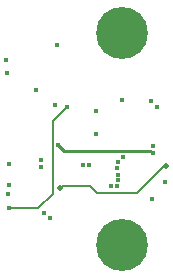
<source format=gbr>
%TF.GenerationSoftware,KiCad,Pcbnew,7.0.10*%
%TF.CreationDate,2024-02-02T13:19:37-05:00*%
%TF.ProjectId,quad_radio_adapter,71756164-5f72-4616-9469-6f5f61646170,rev?*%
%TF.SameCoordinates,Original*%
%TF.FileFunction,Copper,L3,Inr*%
%TF.FilePolarity,Positive*%
%FSLAX46Y46*%
G04 Gerber Fmt 4.6, Leading zero omitted, Abs format (unit mm)*
G04 Created by KiCad (PCBNEW 7.0.10) date 2024-02-02 13:19:37*
%MOMM*%
%LPD*%
G01*
G04 APERTURE LIST*
%TA.AperFunction,ComponentPad*%
%ADD10C,4.400000*%
%TD*%
%TA.AperFunction,ViaPad*%
%ADD11C,0.400000*%
%TD*%
%TA.AperFunction,ViaPad*%
%ADD12C,0.500000*%
%TD*%
%TA.AperFunction,Conductor*%
%ADD13C,0.152400*%
%TD*%
%TA.AperFunction,Conductor*%
%ADD14C,0.127000*%
%TD*%
%TA.AperFunction,Conductor*%
%ADD15C,0.254000*%
%TD*%
G04 APERTURE END LIST*
D10*
%TO.N,GND*%
%TO.C,H1*%
X104000000Y-91000000D03*
%TD*%
%TO.N,GND*%
%TO.C,H2*%
X104000000Y-109000000D03*
%TD*%
D11*
%TO.N,GND*%
X106620000Y-105050000D03*
X107010200Y-97307400D03*
X94437200Y-103911400D03*
X103682800Y-101930200D03*
X94259400Y-93319600D03*
X94411800Y-104622600D03*
X103665800Y-103001782D03*
X98510000Y-92000000D03*
X104089200Y-101498400D03*
X103657400Y-102489000D03*
X104063800Y-96723200D03*
X94310200Y-94437200D03*
X106680000Y-100584000D03*
X101854000Y-99593400D03*
X94437200Y-102133400D03*
X103665800Y-103479600D03*
X106502200Y-96774000D03*
X103098600Y-104013000D03*
X103641983Y-103989183D03*
D12*
%TO.N,SBUS2_HERELINK*%
X107750000Y-102320000D03*
X98770000Y-104110000D03*
D11*
%TO.N,ETH_RADIO_RX_POSTMAG_P*%
X97200000Y-101788640D03*
%TO.N,ETH_RADIO_RX_POSTMAG_N*%
X97200000Y-102361360D03*
%TO.N,ETH_RADIO_TX_POSTMAG_P*%
X97917000Y-106680000D03*
%TO.N,ETH_RADIO_TX_POSTMAG_N*%
X97450000Y-106250000D03*
%TO.N,TELEM1_TX*%
X98348800Y-97078800D03*
X96799400Y-95885000D03*
%TO.N,+VIN_PROT_RADIO*%
X101244400Y-102209600D03*
X100741197Y-102209600D03*
%TO.N,RC_INPUT*%
X94480000Y-105870000D03*
X99360000Y-97280000D03*
%TO.N,Net-(D1-K)*%
X98653600Y-100482400D03*
X106629200Y-101200000D03*
%TO.N,Net-(IC1-FB)*%
X107696000Y-103632000D03*
X101854000Y-97612200D03*
%TD*%
D13*
%TO.N,SBUS2_HERELINK*%
X98770000Y-104110000D02*
X98919400Y-103960600D01*
X101310600Y-103960600D02*
X101920000Y-104570000D01*
X105330000Y-104570000D02*
X107580000Y-102320000D01*
X101920000Y-104570000D02*
X105330000Y-104570000D01*
X98919400Y-103960600D02*
X101310600Y-103960600D01*
X107580000Y-102320000D02*
X107750000Y-102320000D01*
D14*
%TO.N,RC_INPUT*%
X96960000Y-105870000D02*
X98210000Y-104620000D01*
X99360000Y-97280000D02*
X98210000Y-98430000D01*
X96960000Y-105870000D02*
X94480000Y-105870000D01*
X98210000Y-98430000D02*
X98210000Y-104620000D01*
D15*
%TO.N,Net-(D1-K)*%
X106399200Y-100970000D02*
X106629200Y-101200000D01*
X98653600Y-100482400D02*
X99141200Y-100970000D01*
X99141200Y-100970000D02*
X106399200Y-100970000D01*
%TD*%
M02*

</source>
